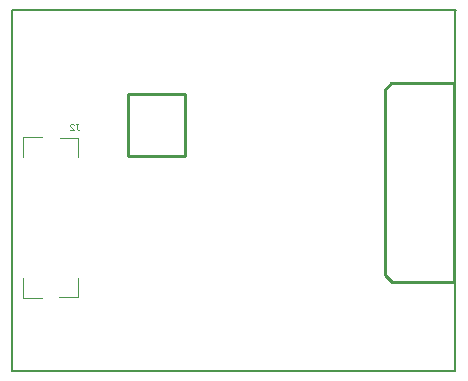
<source format=gbo>
%FSLAX25Y25*%
%MOIN*%
G70*
G01*
G75*
G04 Layer_Color=32896*
%ADD10R,0.11811X0.08268*%
%ADD11R,0.05118X0.03150*%
%ADD12R,0.01969X0.01969*%
%ADD13R,0.01969X0.01969*%
%ADD14R,0.19291X0.19291*%
%ADD15O,0.01378X0.03740*%
%ADD16O,0.03740X0.01378*%
%ADD17R,0.07087X0.07480*%
%ADD18R,0.09055X0.07480*%
%ADD19R,0.01575X0.05512*%
%ADD20R,0.04134X0.05118*%
%ADD21R,0.03150X0.06693*%
%ADD22R,0.02559X0.05315*%
%ADD23R,0.02756X0.01181*%
%ADD24R,0.03504X0.06299*%
%ADD25R,0.03740X0.03740*%
%ADD26R,0.01969X0.02362*%
%ADD27R,0.02362X0.01969*%
%ADD28C,0.01000*%
%ADD29C,0.01575*%
%ADD30C,0.03543*%
%ADD31C,0.03150*%
%ADD32C,0.00787*%
%ADD33C,0.02165*%
%ADD34C,0.11811*%
%ADD35C,0.02598*%
%ADD36R,0.04724X0.05315*%
%ADD37R,0.03937X0.01378*%
%ADD38R,0.19600X0.21400*%
%ADD39C,0.00984*%
%ADD40C,0.00394*%
%ADD41C,0.00591*%
%ADD42C,0.00709*%
%ADD43C,0.00276*%
%ADD44C,0.00291*%
%ADD45R,0.12611X0.09068*%
%ADD46R,0.05918X0.03950*%
%ADD47R,0.02769X0.02769*%
%ADD48R,0.02769X0.02769*%
%ADD49R,0.20091X0.20091*%
%ADD50O,0.02178X0.04540*%
%ADD51O,0.04540X0.02178*%
%ADD52R,0.07887X0.08280*%
%ADD53R,0.09855X0.08280*%
%ADD54R,0.02375X0.06312*%
%ADD55R,0.04934X0.05918*%
%ADD56R,0.03950X0.07493*%
%ADD57R,0.03359X0.06115*%
%ADD58R,0.03386X0.01811*%
%ADD59R,0.04134X0.06929*%
%ADD60R,0.04540X0.04540*%
%ADD61R,0.02769X0.03162*%
%ADD62R,0.03162X0.02769*%
%ADD63C,0.12611*%
%ADD64R,0.05039X0.05630*%
%ADD65R,0.04252X0.01693*%
%ADD66C,0.03398*%
D28*
X124100Y31800D02*
Y93700D01*
X126200Y95800D01*
X147200D01*
Y29500D02*
Y95800D01*
X126400Y29500D02*
X147200D01*
X124100Y31800D02*
X126400Y29500D01*
X38705Y92264D02*
X39689D01*
X38705Y71595D02*
Y92264D01*
Y71595D02*
X39689D01*
X57406D01*
Y72579D01*
Y92264D01*
X39689D02*
X57406D01*
D32*
X0Y120100D02*
X147800D01*
X147638Y0D02*
Y120100D01*
X0Y0D02*
X147638D01*
X0D02*
Y120100D01*
D40*
X21931Y24457D02*
Y31052D01*
X15631Y24457D02*
X21931D01*
X3722Y24359D02*
X10021D01*
X3722D02*
Y30953D01*
Y77804D02*
X10021D01*
X3722Y71210D02*
Y77804D01*
X15730Y77706D02*
X22029D01*
Y71111D02*
Y77706D01*
D43*
X21188Y82268D02*
X21844D01*
X21516D01*
Y80628D01*
X21844Y80300D01*
X22172D01*
X22500Y80628D01*
X19220Y80300D02*
X20532D01*
X19220Y81612D01*
Y81940D01*
X19548Y82268D01*
X20204D01*
X20532Y81940D01*
M02*

</source>
